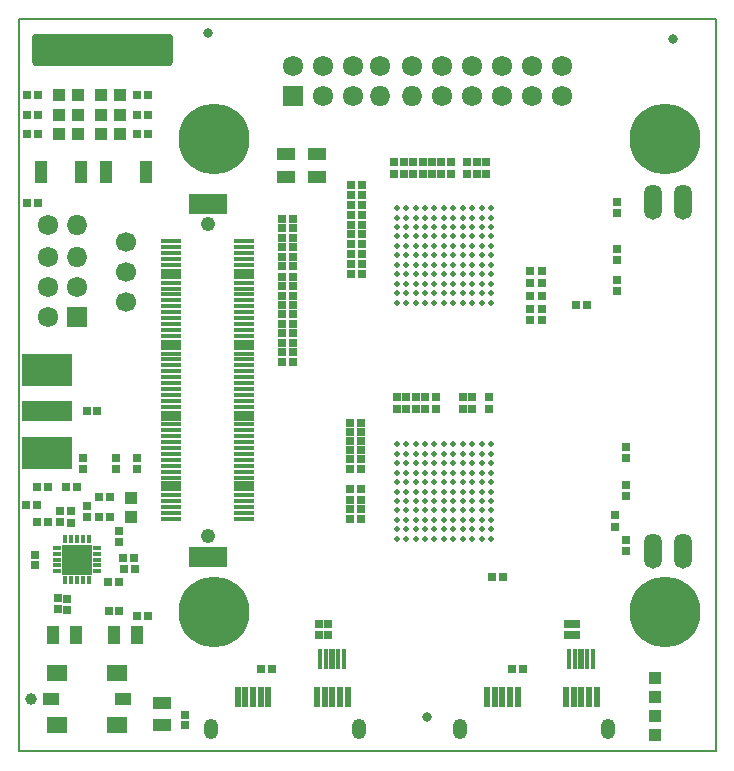
<source format=gts>
%FSLAX34Y34*%
G04 Gerber Fmt 3.4, Leading zero omitted, Abs format*
G04 (created by PCBNEW (2013-10-29 BZR 4389)-product) date 4/5/2015 8:40:48 AM*
%MOIN*%
G01*
G70*
G90*
G04 APERTURE LIST*
%ADD10C,0.005906*%
%ADD11C,0.007874*%
%ADD12C,0.031496*%
%ADD13O,0.067874X0.067874*%
%ADD14C,0.067874*%
%ADD15R,0.067874X0.067874*%
%ADD16C,0.236200*%
%ADD17O,0.046850X0.068504*%
%ADD18R,0.021260X0.068504*%
%ADD19R,0.066974X0.055074*%
%ADD20R,0.025300X0.027300*%
%ADD21R,0.027300X0.025300*%
%ADD22R,0.039274X0.039274*%
%ADD23C,0.019685*%
%ADD24R,0.027300X0.027300*%
%ADD25R,0.068512X0.017312*%
%ADD26R,0.068512X0.033112*%
%ADD27C,0.048712*%
%ADD28R,0.127512X0.068512*%
%ADD29R,0.062974X0.043274*%
%ADD30R,0.043274X0.062974*%
%ADD31R,0.017323X0.029134*%
%ADD32R,0.029134X0.017323*%
%ADD33R,0.098425X0.098425*%
%ADD34C,0.039370*%
%ADD35R,0.023622X0.034449*%
%ADD36R,0.015748X0.034449*%
%ADD37R,0.039370X0.074803*%
%ADD38R,0.055118X0.043307*%
%ADD39R,0.165000X0.070000*%
%ADD40R,0.165000X0.105000*%
%ADD41C,0.066929*%
%ADD42O,0.060000X0.117900*%
%ADD43C,0.010000*%
G04 APERTURE END LIST*
G54D10*
G54D11*
X43307Y-26771D02*
X43307Y-51181D01*
X66535Y-26771D02*
X43307Y-26771D01*
X66535Y-51181D02*
X43307Y-51181D01*
X66535Y-51181D02*
X66535Y-26771D01*
G54D12*
X56929Y-50039D03*
X49606Y-27244D03*
G54D13*
X45255Y-33633D03*
G54D14*
X44271Y-33633D03*
G54D15*
X45255Y-36688D03*
G54D14*
X44271Y-36688D03*
X44271Y-34704D03*
G54D13*
X45255Y-34704D03*
G54D14*
X44271Y-35688D03*
X45255Y-35688D03*
G54D16*
X49803Y-30771D03*
X64842Y-30771D03*
G54D17*
X58011Y-50423D03*
G54D18*
X62578Y-49370D03*
X62322Y-49370D03*
X62066Y-49370D03*
X61811Y-49370D03*
X61555Y-49370D03*
X58917Y-49370D03*
X59173Y-49370D03*
X59429Y-49370D03*
X59685Y-49370D03*
X59940Y-49370D03*
G54D17*
X62952Y-50423D03*
X49704Y-50423D03*
G54D18*
X54271Y-49370D03*
X54015Y-49370D03*
X53759Y-49370D03*
X53503Y-49370D03*
X53248Y-49370D03*
X50610Y-49370D03*
X50866Y-49370D03*
X51122Y-49370D03*
X51377Y-49370D03*
X51633Y-49370D03*
G54D17*
X54645Y-50423D03*
G54D19*
X46590Y-50314D03*
X44590Y-50314D03*
X44590Y-48582D03*
X46590Y-48582D03*
G54D20*
X47255Y-29960D03*
X47625Y-29960D03*
G54D21*
X63267Y-35464D03*
X63267Y-35834D03*
G54D20*
X47255Y-29311D03*
X47625Y-29311D03*
X43964Y-30610D03*
X43594Y-30610D03*
X47163Y-44734D03*
X46793Y-44734D03*
G54D21*
X44931Y-46084D03*
X44931Y-46454D03*
G54D20*
X47173Y-45098D03*
X46803Y-45098D03*
G54D21*
X47263Y-41769D03*
X47263Y-41399D03*
G54D20*
X47255Y-30610D03*
X47625Y-30610D03*
G54D21*
X63267Y-34810D03*
X63267Y-34440D03*
X46535Y-41767D03*
X46535Y-41397D03*
G54D20*
X60736Y-35984D03*
X60366Y-35984D03*
X60736Y-36811D03*
X60366Y-36811D03*
X60736Y-36417D03*
X60366Y-36417D03*
X60736Y-35157D03*
X60366Y-35157D03*
G54D21*
X45049Y-43181D03*
X45049Y-43551D03*
G54D20*
X46295Y-45535D03*
X46665Y-45535D03*
X54712Y-41141D03*
X54342Y-41141D03*
X47618Y-46661D03*
X47248Y-46661D03*
G54D21*
X46643Y-44210D03*
X46643Y-43840D03*
X57204Y-39381D03*
X57204Y-39751D03*
G54D20*
X54751Y-32637D03*
X54381Y-32637D03*
G54D21*
X56456Y-31917D03*
X56456Y-31547D03*
G54D20*
X54751Y-32283D03*
X54381Y-32283D03*
G54D21*
X56141Y-31917D03*
X56141Y-31547D03*
X55826Y-31917D03*
X55826Y-31547D03*
X56771Y-31917D03*
X56771Y-31547D03*
X57401Y-31917D03*
X57401Y-31547D03*
X58897Y-31547D03*
X58897Y-31917D03*
G54D20*
X54751Y-32952D03*
X54381Y-32952D03*
G54D21*
X57716Y-31547D03*
X57716Y-31917D03*
G54D20*
X54712Y-43110D03*
X54342Y-43110D03*
X54712Y-41446D03*
X54342Y-41446D03*
X54712Y-41761D03*
X54342Y-41761D03*
X54712Y-43425D03*
X54342Y-43425D03*
X54712Y-42795D03*
X54342Y-42795D03*
G54D21*
X58110Y-39381D03*
X58110Y-39751D03*
G54D20*
X54722Y-40236D03*
X54352Y-40236D03*
X54722Y-40826D03*
X54352Y-40826D03*
G54D21*
X56535Y-39751D03*
X56535Y-39381D03*
G54D20*
X54722Y-40531D03*
X54352Y-40531D03*
G54D21*
X56220Y-39751D03*
X56220Y-39381D03*
X55905Y-39751D03*
X55905Y-39381D03*
X58988Y-39381D03*
X58988Y-39751D03*
X58425Y-39381D03*
X58425Y-39751D03*
G54D20*
X60736Y-35551D03*
X60366Y-35551D03*
X54751Y-34251D03*
X54381Y-34251D03*
X54751Y-34606D03*
X54381Y-34606D03*
X54751Y-35275D03*
X54381Y-35275D03*
X54751Y-33937D03*
X54381Y-33937D03*
X54751Y-33622D03*
X54381Y-33622D03*
X54751Y-34921D03*
X54381Y-34921D03*
X54751Y-33307D03*
X54381Y-33307D03*
G54D21*
X63185Y-43685D03*
X63185Y-43315D03*
X56850Y-39381D03*
X56850Y-39751D03*
X63543Y-41413D03*
X63543Y-41043D03*
X57086Y-31547D03*
X57086Y-31917D03*
X63543Y-42291D03*
X63543Y-42661D03*
G54D20*
X60106Y-48444D03*
X59736Y-48444D03*
X51759Y-48444D03*
X51389Y-48444D03*
X59456Y-45354D03*
X59086Y-45354D03*
X62251Y-36299D03*
X61881Y-36299D03*
X54712Y-42440D03*
X54342Y-42440D03*
G54D22*
X64527Y-49370D03*
X64527Y-48740D03*
X64527Y-49999D03*
X64527Y-50629D03*
G54D23*
X57795Y-33070D03*
X58110Y-33070D03*
X58425Y-33070D03*
X58740Y-33070D03*
X56220Y-33070D03*
X56535Y-33070D03*
X56850Y-33070D03*
X57165Y-33070D03*
X57165Y-34645D03*
X56850Y-34645D03*
X56535Y-34645D03*
X56220Y-34645D03*
X58740Y-34645D03*
X58425Y-34645D03*
X58110Y-34645D03*
X57795Y-34645D03*
X59055Y-34330D03*
X57480Y-34330D03*
X55905Y-34330D03*
X57795Y-34330D03*
X58110Y-34330D03*
X58425Y-34330D03*
X58740Y-34330D03*
X56220Y-34330D03*
X56535Y-34330D03*
X56850Y-34330D03*
X57165Y-34330D03*
X57165Y-34015D03*
X56850Y-34015D03*
X56535Y-34015D03*
X56220Y-34015D03*
X58740Y-34015D03*
X58425Y-34015D03*
X58110Y-34015D03*
X57795Y-34015D03*
X55905Y-34015D03*
X57480Y-34015D03*
X59055Y-34015D03*
X59055Y-33700D03*
X57480Y-33700D03*
X55905Y-33700D03*
X57795Y-33700D03*
X58110Y-33700D03*
X58425Y-33700D03*
X58740Y-33700D03*
X56220Y-33700D03*
X56535Y-33700D03*
X56850Y-33700D03*
X57165Y-33700D03*
X57165Y-33385D03*
X56850Y-33385D03*
X56535Y-33385D03*
X56220Y-33385D03*
X58740Y-33385D03*
X58425Y-33385D03*
X58110Y-33385D03*
X57795Y-33385D03*
X55905Y-33385D03*
X57480Y-33385D03*
X59055Y-33385D03*
X59055Y-34960D03*
X57480Y-34960D03*
X55905Y-34960D03*
X57795Y-34960D03*
X58110Y-34960D03*
X58425Y-34960D03*
X58740Y-34960D03*
X56220Y-34960D03*
X56535Y-34960D03*
X56850Y-34960D03*
X57165Y-34960D03*
X57165Y-35275D03*
X56850Y-35275D03*
X56535Y-35275D03*
X56220Y-35275D03*
X58740Y-35275D03*
X58425Y-35275D03*
X58110Y-35275D03*
X57795Y-35275D03*
X55905Y-35275D03*
X57480Y-35275D03*
X59055Y-35275D03*
X59055Y-35590D03*
X57480Y-35590D03*
X55905Y-35590D03*
X57795Y-35590D03*
X58110Y-35590D03*
X58425Y-35590D03*
X58740Y-35590D03*
X56220Y-35590D03*
X56535Y-35590D03*
X56850Y-35590D03*
X57165Y-35590D03*
X57165Y-35905D03*
X56850Y-35905D03*
X56535Y-35905D03*
X56220Y-35905D03*
X58740Y-35905D03*
X58425Y-35905D03*
X58110Y-35905D03*
X57795Y-35905D03*
X55905Y-35905D03*
X57480Y-35905D03*
X59055Y-35905D03*
X59055Y-36220D03*
X57480Y-36220D03*
X55905Y-36220D03*
X59055Y-33070D03*
X57480Y-33070D03*
X55905Y-33070D03*
X55905Y-34645D03*
X57480Y-34645D03*
X59055Y-34645D03*
X57795Y-36220D03*
X58110Y-36220D03*
X58425Y-36220D03*
X58740Y-36220D03*
X56220Y-36220D03*
X56535Y-36220D03*
X56850Y-36220D03*
X57165Y-36220D03*
X57795Y-40944D03*
X58110Y-40944D03*
X58425Y-40944D03*
X58740Y-40944D03*
X56220Y-40944D03*
X56535Y-40944D03*
X56850Y-40944D03*
X57165Y-40944D03*
X57165Y-42519D03*
X56850Y-42519D03*
X56535Y-42519D03*
X56220Y-42519D03*
X58740Y-42519D03*
X58425Y-42519D03*
X58110Y-42519D03*
X57795Y-42519D03*
X59055Y-42204D03*
X57480Y-42204D03*
X55905Y-42204D03*
X57795Y-42204D03*
X58110Y-42204D03*
X58425Y-42204D03*
X58740Y-42204D03*
X56220Y-42204D03*
X56535Y-42204D03*
X56850Y-42204D03*
X57165Y-42204D03*
X57165Y-41889D03*
X56850Y-41889D03*
X56535Y-41889D03*
X56220Y-41889D03*
X58740Y-41889D03*
X58425Y-41889D03*
X58110Y-41889D03*
X57795Y-41889D03*
X55905Y-41889D03*
X57480Y-41889D03*
X59055Y-41889D03*
X59055Y-41574D03*
X57480Y-41574D03*
X55905Y-41574D03*
X57795Y-41574D03*
X58110Y-41574D03*
X58425Y-41574D03*
X58740Y-41574D03*
X56220Y-41574D03*
X56535Y-41574D03*
X56850Y-41574D03*
X57165Y-41574D03*
X57165Y-41259D03*
X56850Y-41259D03*
X56535Y-41259D03*
X56220Y-41259D03*
X58740Y-41259D03*
X58425Y-41259D03*
X58110Y-41259D03*
X57795Y-41259D03*
X55905Y-41259D03*
X57480Y-41259D03*
X59055Y-41259D03*
X59055Y-42834D03*
X57480Y-42834D03*
X55905Y-42834D03*
X57795Y-42834D03*
X58110Y-42834D03*
X58425Y-42834D03*
X58740Y-42834D03*
X56220Y-42834D03*
X56535Y-42834D03*
X56850Y-42834D03*
X57165Y-42834D03*
X57165Y-43149D03*
X56850Y-43149D03*
X56535Y-43149D03*
X56220Y-43149D03*
X58740Y-43149D03*
X58425Y-43149D03*
X58110Y-43149D03*
X57795Y-43149D03*
X55905Y-43149D03*
X57480Y-43149D03*
X59055Y-43149D03*
X59055Y-43464D03*
X57480Y-43464D03*
X55905Y-43464D03*
X57795Y-43464D03*
X58110Y-43464D03*
X58425Y-43464D03*
X58740Y-43464D03*
X56220Y-43464D03*
X56535Y-43464D03*
X56850Y-43464D03*
X57165Y-43464D03*
X57165Y-43779D03*
X56850Y-43779D03*
X56535Y-43779D03*
X56220Y-43779D03*
X58740Y-43779D03*
X58425Y-43779D03*
X58110Y-43779D03*
X57795Y-43779D03*
X55905Y-43779D03*
X57480Y-43779D03*
X59055Y-43779D03*
X59055Y-44094D03*
X57480Y-44094D03*
X55905Y-44094D03*
X59055Y-40944D03*
X57480Y-40944D03*
X55905Y-40944D03*
X55905Y-42519D03*
X57480Y-42519D03*
X59055Y-42519D03*
X57795Y-44094D03*
X58110Y-44094D03*
X58425Y-44094D03*
X58740Y-44094D03*
X56220Y-44094D03*
X56535Y-44094D03*
X56850Y-44094D03*
X57165Y-44094D03*
G54D24*
X61614Y-47302D03*
X61614Y-46948D03*
X53612Y-47302D03*
X53612Y-46948D03*
X53316Y-47302D03*
X53316Y-46948D03*
X61889Y-47302D03*
X61889Y-46948D03*
X48850Y-50314D03*
X48850Y-49960D03*
X43838Y-44626D03*
X43838Y-44980D03*
X46303Y-46500D03*
X46657Y-46500D03*
X44688Y-43177D03*
X44688Y-43531D03*
G54D16*
X64842Y-46523D03*
X49803Y-46523D03*
G54D20*
X43964Y-29960D03*
X43594Y-29960D03*
X43964Y-29311D03*
X43594Y-29311D03*
X52098Y-36299D03*
X52468Y-36299D03*
G54D21*
X58267Y-31547D03*
X58267Y-31917D03*
G54D20*
X52098Y-33740D03*
X52468Y-33740D03*
X52098Y-35984D03*
X52468Y-35984D03*
X52098Y-35669D03*
X52468Y-35669D03*
X52098Y-35354D03*
X52468Y-35354D03*
X52098Y-35000D03*
X52468Y-35000D03*
X52098Y-34685D03*
X52468Y-34685D03*
X52098Y-34370D03*
X52468Y-34370D03*
X52098Y-34055D03*
X52468Y-34055D03*
G54D21*
X58582Y-31547D03*
X58582Y-31917D03*
G54D20*
X52098Y-33425D03*
X52468Y-33425D03*
X52468Y-38188D03*
X52098Y-38188D03*
X52468Y-37874D03*
X52098Y-37874D03*
X52468Y-37559D03*
X52098Y-37559D03*
X52468Y-37244D03*
X52098Y-37244D03*
X52468Y-36929D03*
X52098Y-36929D03*
X52468Y-36614D03*
X52098Y-36614D03*
G54D25*
X48401Y-34177D03*
X48401Y-34374D03*
X48401Y-34571D03*
X48401Y-34768D03*
X48401Y-34964D03*
G54D26*
X48401Y-35260D03*
G54D25*
X48401Y-35555D03*
X48401Y-35752D03*
X48401Y-35949D03*
X48401Y-36146D03*
X48401Y-36342D03*
X48401Y-36539D03*
X48401Y-36736D03*
X48401Y-36933D03*
X48401Y-37130D03*
X48401Y-37327D03*
G54D26*
X48401Y-37622D03*
G54D25*
X48401Y-37917D03*
X48401Y-38114D03*
X48401Y-38311D03*
X48401Y-38508D03*
X48401Y-38705D03*
X48401Y-38901D03*
X48401Y-39098D03*
X48401Y-39295D03*
X48401Y-39492D03*
X48401Y-39689D03*
G54D26*
X48401Y-39985D03*
G54D25*
X48401Y-40279D03*
X48401Y-40476D03*
X48401Y-40673D03*
X48401Y-40870D03*
X48401Y-41067D03*
X48401Y-41264D03*
X48401Y-41460D03*
X48401Y-41657D03*
X48401Y-41854D03*
X48401Y-42051D03*
G54D26*
X48401Y-42347D03*
G54D25*
X48401Y-42642D03*
X48401Y-42838D03*
X48401Y-43035D03*
X48401Y-43232D03*
X48401Y-43429D03*
X50803Y-43431D03*
X50803Y-43234D03*
X50803Y-43037D03*
X50803Y-42840D03*
X50803Y-42644D03*
G54D26*
X50803Y-42349D03*
G54D25*
X50803Y-42053D03*
X50803Y-41856D03*
X50803Y-41659D03*
X50803Y-41462D03*
X50803Y-41266D03*
X50803Y-41069D03*
X50803Y-40872D03*
X50803Y-40675D03*
X50803Y-40478D03*
X50803Y-40281D03*
G54D26*
X50803Y-39986D03*
G54D25*
X50803Y-39690D03*
X50803Y-39493D03*
X50803Y-39296D03*
X50803Y-39099D03*
X50803Y-38903D03*
X50803Y-38706D03*
X50803Y-38509D03*
X50803Y-38312D03*
X50803Y-38115D03*
X50803Y-37918D03*
G54D26*
X50803Y-37623D03*
G54D25*
X50803Y-37327D03*
X50803Y-37130D03*
X50803Y-36933D03*
X50803Y-36736D03*
X50803Y-36540D03*
X50803Y-36343D03*
X50803Y-36146D03*
X50803Y-35949D03*
X50803Y-35752D03*
X50803Y-35555D03*
G54D26*
X50803Y-35260D03*
G54D25*
X50803Y-34964D03*
X50803Y-34768D03*
X50803Y-34571D03*
X50803Y-34374D03*
X50803Y-34177D03*
G54D27*
X49606Y-44000D03*
X49606Y-33606D03*
G54D28*
X49606Y-44689D03*
X49606Y-32917D03*
G54D21*
X45590Y-43364D03*
X45590Y-42994D03*
G54D20*
X45244Y-42362D03*
X44874Y-42362D03*
X44279Y-42362D03*
X43909Y-42362D03*
X43555Y-42972D03*
X43925Y-42972D03*
X43598Y-32905D03*
X43968Y-32905D03*
G54D22*
X47066Y-42726D03*
X47066Y-43356D03*
G54D24*
X45925Y-39842D03*
X45571Y-39842D03*
X44606Y-46082D03*
X44606Y-46436D03*
X46348Y-42716D03*
X45994Y-42716D03*
X46348Y-43366D03*
X45994Y-43366D03*
X45462Y-41397D03*
X45462Y-41751D03*
X43927Y-43533D03*
X44281Y-43533D03*
G54D29*
X53238Y-31268D03*
X53238Y-32018D03*
X52214Y-31268D03*
X52214Y-32018D03*
G54D30*
X46499Y-47287D03*
X47249Y-47287D03*
X45217Y-47287D03*
X44467Y-47287D03*
G54D12*
X65118Y-27440D03*
G54D31*
X45255Y-45452D03*
X45452Y-45452D03*
X45649Y-45452D03*
X45059Y-45452D03*
X44862Y-45452D03*
X44862Y-44114D03*
X45059Y-44114D03*
X45255Y-44114D03*
X45452Y-44114D03*
X45649Y-44114D03*
G54D32*
X45925Y-44389D03*
X45925Y-44586D03*
X45925Y-44783D03*
X45925Y-44980D03*
X45925Y-45177D03*
X44586Y-44783D03*
X44586Y-44586D03*
X44586Y-44389D03*
X44586Y-44980D03*
X44586Y-45177D03*
G54D33*
X45255Y-44783D03*
G54D34*
X43720Y-49448D03*
G54D35*
X53759Y-47938D03*
X53759Y-48282D03*
G54D36*
X53562Y-48282D03*
X53366Y-48282D03*
X53562Y-47938D03*
X53366Y-47938D03*
X53956Y-47938D03*
X54153Y-47938D03*
X54153Y-48282D03*
X53956Y-48282D03*
G54D35*
X62047Y-47938D03*
X62047Y-48282D03*
G54D36*
X61850Y-48282D03*
X61653Y-48282D03*
X61850Y-47938D03*
X61653Y-47938D03*
X62244Y-47938D03*
X62440Y-47938D03*
X62440Y-48282D03*
X62244Y-48282D03*
G54D37*
X44035Y-31858D03*
X45374Y-31858D03*
X47566Y-31881D03*
X46228Y-31881D03*
G54D22*
X45295Y-29311D03*
X44665Y-29311D03*
X45295Y-29960D03*
X44665Y-29960D03*
X45295Y-30610D03*
X44665Y-30610D03*
X46043Y-29311D03*
X46673Y-29311D03*
X46043Y-29960D03*
X46673Y-29960D03*
X46043Y-30610D03*
X46673Y-30610D03*
G54D19*
X44590Y-48582D03*
X46590Y-48582D03*
X46590Y-50314D03*
X44590Y-50314D03*
G54D38*
X46791Y-49448D03*
X44389Y-49448D03*
G54D39*
X44238Y-39842D03*
G54D40*
X44238Y-41218D03*
X44238Y-38466D03*
G54D41*
X46889Y-35196D03*
X46889Y-34196D03*
X46889Y-36196D03*
G54D29*
X48070Y-50315D03*
X48070Y-49565D03*
G54D42*
X64460Y-44488D03*
X65459Y-44488D03*
X65460Y-32874D03*
X64461Y-32874D03*
G54D21*
X63543Y-44503D03*
X63543Y-44133D03*
X63267Y-32876D03*
X63267Y-33246D03*
G54D14*
X53437Y-29318D03*
X53437Y-28318D03*
G54D15*
X52437Y-29318D03*
G54D14*
X52437Y-28318D03*
X54437Y-28318D03*
X54437Y-29318D03*
X61421Y-28318D03*
X59421Y-28318D03*
X60421Y-28318D03*
X60421Y-29318D03*
X59421Y-29318D03*
X58421Y-29318D03*
G54D13*
X55366Y-29318D03*
G54D14*
X55366Y-28318D03*
X61421Y-29318D03*
X58421Y-28318D03*
X56429Y-28318D03*
G54D13*
X56429Y-29318D03*
G54D14*
X57429Y-28318D03*
X57429Y-29318D03*
G54D10*
G36*
X48375Y-28203D02*
X48325Y-28253D01*
X43839Y-28253D01*
X43790Y-28203D01*
X43790Y-27339D01*
X43839Y-27290D01*
X48325Y-27290D01*
X48375Y-27339D01*
X48375Y-28203D01*
X48375Y-28203D01*
G37*
G54D43*
X48375Y-28203D02*
X48325Y-28253D01*
X43839Y-28253D01*
X43790Y-28203D01*
X43790Y-27339D01*
X43839Y-27290D01*
X48325Y-27290D01*
X48375Y-27339D01*
X48375Y-28203D01*
M02*

</source>
